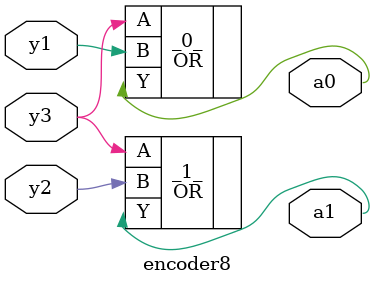
<source format=v>
/* Generated by Yosys 0.41+83 (git sha1 7045cf509, x86_64-w64-mingw32-g++ 13.2.1 -Os) */

/* cells_not_processed =  1  */
/* src = "encoder8.v:1.1-8.10" */
module encoder8(y1, y2, y3, a0, a1);
  /* src = "encoder8.v:3.12-3.14" */
  output a0;
  wire a0;
  /* src = "encoder8.v:3.15-3.17" */
  output a1;
  wire a1;
  /* src = "encoder8.v:2.11-2.13" */
  input y1;
  wire y1;
  /* src = "encoder8.v:2.14-2.16" */
  input y2;
  wire y2;
  /* src = "encoder8.v:2.17-2.19" */
  input y3;
  wire y3;
  OR _0_ (
    .A(y3),
    .B(y1),
    .Y(a0)
  );
  OR _1_ (
    .A(y3),
    .B(y2),
    .Y(a1)
  );
endmodule

</source>
